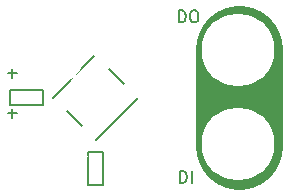
<source format=gto>
%TF.GenerationSoftware,KiCad,Pcbnew,4.0.7-e2-6376~58~ubuntu16.04.1*%
%TF.CreationDate,2018-05-14T09:00:14-07:00*%
%TF.ProjectId,2x3-LED-RGB-NeoPixel-SMT,3278332D4C45442D5247422D4E656F50,v1.1*%
%TF.FileFunction,Legend,Top*%
%FSLAX46Y46*%
G04 Gerber Fmt 4.6, Leading zero omitted, Abs format (unit mm)*
G04 Created by KiCad (PCBNEW 4.0.7-e2-6376~58~ubuntu16.04.1) date Mon May 14 09:00:14 2018*
%MOMM*%
%LPD*%
G01*
G04 APERTURE LIST*
%ADD10C,0.350000*%
%ADD11C,0.152400*%
%ADD12C,0.150000*%
%ADD13C,7.400000*%
%ADD14C,0.800000*%
%ADD15C,6.152400*%
%ADD16R,0.952400X0.902400*%
%ADD17R,0.902400X0.952400*%
G04 APERTURE END LIST*
D10*
D11*
X3179954Y-34715584D02*
X3179954Y-33445584D01*
X449454Y-34715584D02*
X449454Y-33445584D01*
D12*
X3179954Y-34715584D02*
X449454Y-34715584D01*
X449454Y-33445584D02*
X3179954Y-33445584D01*
D11*
X10082623Y-32913151D02*
X8825387Y-31655915D01*
X4065852Y-34080584D02*
X7568151Y-30578284D01*
X11250056Y-34080584D02*
X7657954Y-37672686D01*
X6490521Y-36505253D02*
X5233285Y-35248017D01*
D13*
X19807954Y-29930584D02*
X19807954Y-38155584D01*
D12*
X6988538Y-41452630D02*
X6988538Y-38722130D01*
D11*
X6988538Y-41452630D02*
X8258538Y-41452630D01*
X6988538Y-38722130D02*
X8258538Y-38722130D01*
D12*
X8258538Y-38722130D02*
X8258538Y-41452630D01*
X14807954Y-41307965D02*
X14807954Y-40307965D01*
X15046049Y-40307965D01*
X15188907Y-40355584D01*
X15284145Y-40450822D01*
X15331764Y-40546060D01*
X15379383Y-40736536D01*
X15379383Y-40879394D01*
X15331764Y-41069870D01*
X15284145Y-41165108D01*
X15188907Y-41260346D01*
X15046049Y-41307965D01*
X14807954Y-41307965D01*
X15807954Y-41307965D02*
X15807954Y-40307965D01*
X227002Y-32027013D02*
X988907Y-32027013D01*
X607955Y-32407965D02*
X607955Y-31646060D01*
X227002Y-35427013D02*
X988907Y-35427013D01*
X607955Y-35807965D02*
X607955Y-35046060D01*
X14722240Y-27707965D02*
X14722240Y-26707965D01*
X14960335Y-26707965D01*
X15103193Y-26755584D01*
X15198431Y-26850822D01*
X15246050Y-26946060D01*
X15293669Y-27136536D01*
X15293669Y-27279394D01*
X15246050Y-27469870D01*
X15198431Y-27565108D01*
X15103193Y-27660346D01*
X14960335Y-27707965D01*
X14722240Y-27707965D01*
X15912716Y-26707965D02*
X16103193Y-26707965D01*
X16198431Y-26755584D01*
X16293669Y-26850822D01*
X16341288Y-27041298D01*
X16341288Y-27374632D01*
X16293669Y-27565108D01*
X16198431Y-27660346D01*
X16103193Y-27707965D01*
X15912716Y-27707965D01*
X15817478Y-27660346D01*
X15722240Y-27565108D01*
X15674621Y-27374632D01*
X15674621Y-27041298D01*
X15722240Y-26850822D01*
X15817478Y-26755584D01*
X15912716Y-26707965D01*
%LPC*%
D14*
X8717836Y-39052345D02*
G75*
G03X13007954Y-35255584I2965118J971761D01*
G01*
X13228551Y-32692245D02*
G75*
G03X8807954Y-29155584I-1495597J2661661D01*
G01*
X2551496Y-35212474D02*
G75*
G03X6607954Y-39055584I1131458J-2868110D01*
G01*
D15*
X3707954Y-30055584D03*
D16*
X2532954Y-34080584D03*
X1032954Y-34080584D03*
D10*
G36*
X5023480Y-33603677D02*
X5759861Y-34340058D01*
X4592428Y-35507491D01*
X3856047Y-34771110D01*
X5023480Y-33603677D01*
X5023480Y-33603677D01*
G37*
G36*
X7423480Y-36003677D02*
X8159861Y-36740058D01*
X6992428Y-37907491D01*
X6256047Y-37171110D01*
X7423480Y-36003677D01*
X7423480Y-36003677D01*
G37*
G36*
X10765122Y-32571901D02*
X11501503Y-33308282D01*
X10334070Y-34475715D01*
X9597689Y-33739334D01*
X10765122Y-32571901D01*
X10765122Y-32571901D01*
G37*
G36*
X8430256Y-30237035D02*
X9166637Y-30973416D01*
X7999204Y-32140849D01*
X7262823Y-31404468D01*
X8430256Y-30237035D01*
X8430256Y-30237035D01*
G37*
D17*
X7623538Y-40805630D03*
X7623538Y-39305630D03*
D15*
X19707954Y-38055584D03*
X19707954Y-30055584D03*
M02*

</source>
